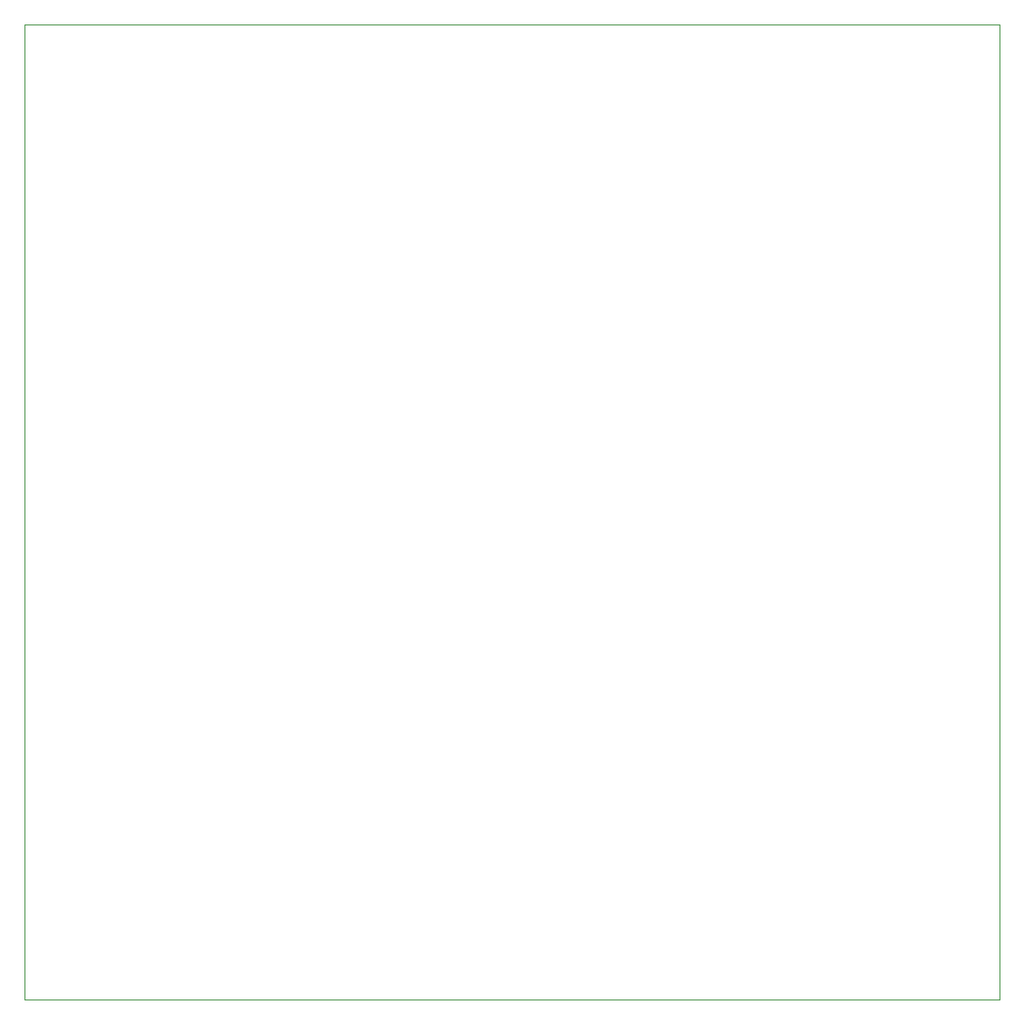
<source format=gbr>
%TF.GenerationSoftware,KiCad,Pcbnew,9.0.2*%
%TF.CreationDate,2026-01-27T21:16:03+01:00*%
%TF.ProjectId,Keymodule,4b65796d-6f64-4756-9c65-2e6b69636164,rev?*%
%TF.SameCoordinates,Original*%
%TF.FileFunction,Profile,NP*%
%FSLAX46Y46*%
G04 Gerber Fmt 4.6, Leading zero omitted, Abs format (unit mm)*
G04 Created by KiCad (PCBNEW 9.0.2) date 2026-01-27 21:16:03*
%MOMM*%
%LPD*%
G01*
G04 APERTURE LIST*
%TA.AperFunction,Profile*%
%ADD10C,0.050000*%
%TD*%
G04 APERTURE END LIST*
D10*
X54500000Y-54500000D02*
X145500000Y-54500000D01*
X145500000Y-145500000D01*
X54500000Y-145500000D01*
X54500000Y-54500000D01*
M02*

</source>
